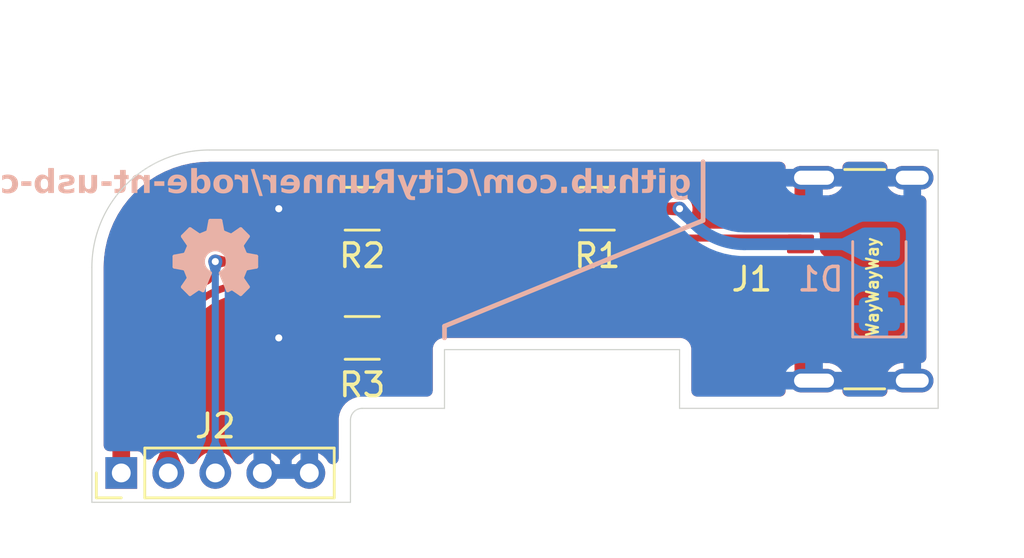
<source format=kicad_pcb>
(kicad_pcb (version 20241229) (generator "pcbnew") (generator_version "9.0")
  (layers (0 "F.Cu" signal) (2 "B.Cu" signal) (13 "F.Paste" user) (15 "B.Paste" user) (5 "F.SilkS" user "F.Silkscreen") (7 "B.SilkS" user "B.Silkscreen") (1 "F.Mask" user) (3 "B.Mask" user) (25 "Edge.Cuts" user))
  (net 0 "")
  (net 1 "+5V")
  (net 2 "D-")
  (net 3 "D+")
  (net 4 "GND")
  (net 5 "Net-(D1-A)")
  (net 6 "Net-(J1-CC1)")
  (net 7 "Net-(J1-CC2)")
  (footprint "Resistor_SMD:R_1206_3216Metric_Pad1.30x1.75mm_HandSolder" (layer "F.Cu") (at 87.5 56 180)
    (property "Reference" "R2" (at 0 -2 0) (layer "F.SilkS"))
    (property "Value" "5.11K")
    (fp_line (start -0.727064 0.91) (end 0.727064 0.91) (stroke (width 0.12)) (layer "F.SilkS"))
    (fp_line (start -0.727064 -0.91) (end 0.727064 -0.91) (stroke (width 0.12)) (layer "F.SilkS"))
    (pad "1" smd roundrect (at -1.55 0 180) (size 1.3 1.75) (layers "F.Cu" "F.Mask" "F.Paste") (roundrect_rratio 0.192308) (net 7 "Net-(J1-CC2)"))
    (pad "2" smd roundrect (at 1.55 0 180) (size 1.3 1.75) (layers "F.Cu" "F.Mask" "F.Paste") (roundrect_rratio 0.192308) (net 4 "GND"))
  )
  (footprint "Resistor_SMD:R_1206_3216Metric_Pad1.30x1.75mm_HandSolder" (layer "F.Cu") (at 87.5 61.5 180)
    (property "Reference" "R3" (at 0 -2 0) (layer "F.SilkS"))
    (property "Value" "5.11K" (hide yes))
    (fp_line (start -0.727064 0.91) (end 0.727064 0.91) (stroke (width 0.12)) (layer "F.SilkS"))
    (fp_line (start -0.727064 -0.91) (end 0.727064 -0.91) (stroke (width 0.12)) (layer "F.SilkS"))
    (pad "1" smd roundrect (at -1.55 0 180) (size 1.3 1.75) (layers "F.Cu" "F.Mask" "F.Paste") (roundrect_rratio 0.192308) (net 6 "Net-(J1-CC1)"))
    (pad "2" smd roundrect (at 1.55 0 180) (size 1.3 1.75) (layers "F.Cu" "F.Mask" "F.Paste") (roundrect_rratio 0.192308) (net 4 "GND"))
  )
  (footprint "Connector_USB:USB_C_Receptacle_GCT_USB4105-xx-A_16P_TopMnt_Horizontal" (layer "F.Cu") (at 109.825 59 90)
    (property "Reference" "J1" (at 0 -5.75 0) (layer "F.SilkS"))
    (property "Value" "USB_C_Receptacle_USB2.0_16P")
    (fp_line (start 4.67 -0.1) (end 4.67 -1.8) (stroke (width 0.12)) (layer "F.SilkS"))
    (fp_line (start -4.67 -0.1) (end -4.67 -1.8) (stroke (width 0.12)) (layer "F.SilkS"))
    (pad "A1" smd roundrect (at -3.2 -3.68 90) (size 0.6 1.15) (layers "F.Cu" "F.Mask" "F.Paste") (net 4 "GND"))
    (pad "A4" smd roundrect (at -2.4 -3.68 90) (size 0.6 1.15) (layers "F.Cu" "F.Mask" "F.Paste") (net 1 "+5V"))
    (pad "A5" smd roundrect (at -1.25 -3.68 90) (size 0.3 1.15) (layers "F.Cu" "F.Mask" "F.Paste") (net 6 "Net-(J1-CC1)"))
    (pad "A6" smd roundrect (at -0.25 -3.68 90) (size 0.3 1.15) (layers "F.Cu" "F.Mask" "F.Paste") (net 3 "D+"))
    (pad "A7" smd roundrect (at 0.25 -3.68 90) (size 0.3 1.15) (layers "F.Cu" "F.Mask" "F.Paste") (net 2 "D-"))
    (pad "A8" smd roundrect (at 1.25 -3.68 90) (size 0.3 1.15) (layers "F.Cu" "F.Mask" "F.Paste"))
    (pad "A9" smd roundrect (at 2.4 -3.68 90) (size 0.6 1.15) (layers "F.Cu" "F.Mask" "F.Paste") (net 1 "+5V"))
    (pad "A12" smd roundrect (at 3.2 -3.68 90) (size 0.6 1.15) (layers "F.Cu" "F.Mask" "F.Paste") (net 4 "GND"))
    (pad "B1" smd roundrect (at 3.2 -3.68 90) (size 0.6 1.15) (layers "F.Cu" "F.Mask" "F.Paste") (net 4 "GND"))
    (pad "B4" smd roundrect (at 2.4 -3.68 90) (size 0.6 1.15) (layers "F.Cu" "F.Mask" "F.Paste") (net 1 "+5V"))
    (pad "B5" smd roundrect (at 1.75 -3.68 90) (size 0.3 1.15) (layers "F.Cu" "F.Mask" "F.Paste") (net 7 "Net-(J1-CC2)"))
    (pad "B6" smd roundrect (at 0.75 -3.68 90) (size 0.3 1.15) (layers "F.Cu" "F.Mask" "F.Paste") (net 3 "D+"))
    (pad "B7" smd roundrect (at -0.75 -3.68 90) (size 0.3 1.15) (layers "F.Cu" "F.Mask" "F.Paste") (net 2 "D-"))
    (pad "B8" smd roundrect (at -1.75 -3.68 90) (size 0.3 1.15) (layers "F.Cu" "F.Mask" "F.Paste"))
    (pad "B9" smd roundrect (at -2.4 -3.68 90) (size 0.6 1.15) (layers "F.Cu" "F.Mask" "F.Paste") (net 1 "+5V"))
    (pad "B12" smd roundrect (at -3.2 -3.68 90) (size 0.6 1.15) (layers "F.Cu" "F.Mask" "F.Paste") (net 4 "GND"))
    (pad "S1" thru_hole oval (at -4.32 -3.105 90) (size 1 2.1) (drill oval 0.6 1.7) (property pad_prop_heatsink) (layers "*.Cu" "*.Mask" "F.Paste") (net 4 "GND"))
    (pad "S1" thru_hole oval (at -4.32 1.075 90) (size 1 1.8) (drill oval 0.6 1.4) (property pad_prop_heatsink) (layers "*.Cu" "*.Mask" "F.Paste") (net 4 "GND"))
    (pad "S1" thru_hole oval (at 4.32 -3.105 90) (size 1 2.1) (drill oval 0.6 1.7) (property pad_prop_heatsink) (layers "*.Cu" "*.Mask" "F.Paste") (net 4 "GND"))
    (pad "S1" thru_hole oval (at 4.32 1.075 90) (size 1 1.8) (drill oval 0.6 1.4) (property pad_prop_heatsink) (layers "*.Cu" "*.Mask" "F.Paste") (net 4 "GND"))
  )
  (footprint "Connector_PinHeader_2.00mm:PinHeader_1x05_P2.00mm_Vertical" (layer "F.Cu") (at 77.25 67.25 90)
    (property "Reference" "J2" (at 2 4 0) (layer "F.SilkS"))
    (property "Value" "Conn_01x05_Pin")
    (fp_line (start -1.06 -1.06) (end 0 -1.06) (stroke (width 0.12)) (layer "F.SilkS"))
    (fp_line (start -1.06 0) (end -1.06 -1.06) (stroke (width 0.12)) (layer "F.SilkS"))
    (fp_line (start 1.06 1) (end 1.06 9.06) (stroke (width 0.12)) (layer "F.SilkS"))
    (fp_line (start -1.06 1) (end 1.06 1) (stroke (width 0.12)) (layer "F.SilkS"))
    (fp_line (start -1.06 1) (end -1.06 9.06) (stroke (width 0.12)) (layer "F.SilkS"))
    (fp_line (start -1.06 9.06) (end 1.06 9.06) (stroke (width 0.12)) (layer "F.SilkS"))
    (pad "1" thru_hole rect (at 0 0 90) (size 1.35 1.35) (drill 0.8) (layers "*.Cu" "*.Mask") (net 1 "+5V"))
    (pad "2" thru_hole oval (at 0 2 90) (size 1.35 1.35) (drill 0.8) (layers "*.Cu" "*.Mask") (net 2 "D-"))
    (pad "3" thru_hole oval (at 0 4 90) (size 1.35 1.35) (drill 0.8) (layers "*.Cu" "*.Mask") (net 3 "D+"))
    (pad "4" thru_hole oval (at 0 6 90) (size 1.35 1.35) (drill 0.8) (layers "*.Cu" "*.Mask") (net 4 "GND"))
    (pad "5" thru_hole oval (at 0 8 90) (size 1.35 1.35) (drill 0.8) (layers "*.Cu" "*.Mask") (net 4 "GND"))
  )
  (footprint "Resistor_SMD:R_1206_3216Metric_Pad1.30x1.75mm_HandSolder" (layer "F.Cu") (at 97.5 56 180)
    (property "Reference" "R1" (at 0 -2 0) (layer "F.SilkS"))
    (property "Value" "R")
    (fp_line (start -0.727064 0.91) (end 0.727064 0.91) (stroke (width 0.12)) (layer "F.SilkS"))
    (fp_line (start -0.727064 -0.91) (end 0.727064 -0.91) (stroke (width 0.12)) (layer "F.SilkS"))
    (pad "1" smd roundrect (at -1.55 0 180) (size 1.3 1.75) (layers "F.Cu" "F.Mask" "F.Paste") (roundrect_rratio 0.192308) (net 5 "Net-(D1-A)"))
    (pad "2" smd roundrect (at 1.55 0 180) (size 1.3 1.75) (layers "F.Cu" "F.Mask" "F.Paste") (roundrect_rratio 0.192308) (net 1 "+5V"))
  )
  (footprint "LED_SMD:LED_1206_3216Metric_Pad1.42x1.75mm_HandSolder" (layer "B.Cu") (at 109.5 59 90)
    (property "Reference" "D1" (at 0 -2.5 0) (layer "B.SilkS") (effects (justify mirror)))
    (property "Value" "LED")
    (fp_line (start -2.46 -1.135) (end 1.6 -1.135) (stroke (width 0.12)) (layer "B.SilkS"))
    (fp_line (start 1.6 1.135) (end -2.46 1.135) (stroke (width 0.12)) (layer "B.SilkS"))
    (fp_line (start -2.46 1.135) (end -2.46 -1.135) (stroke (width 0.12)) (layer "B.SilkS"))
    (pad "1" smd roundrect (at -1.4875 0 90) (size 1.425 1.75) (layers "B.Cu" "B.Mask" "B.Paste") (roundrect_rratio 0.175439) (net 4 "GND"))
    (pad "2" smd roundrect (at 1.4875 0 90) (size 1.425 1.75) (layers "B.Cu" "B.Mask" "B.Paste") (roundrect_rratio 0.175439) (net 5 "Net-(D1-A)"))
  )
  (gr_line (start 81.583741 56.949871) (end 81.5 56.5) (stroke (width 0.1)) (layer "B.SilkS"))
  (gr_line (start 80.188831 59.665396) (end 80.533795 59.42862) (stroke (width 0.1)) (layer "B.SilkS"))
  (gr_line (start 82.410907 57.590745) (end 82.413024 57.557116) (stroke (width 0.1)) (layer "B.SilkS"))
  (gr_line (start 81.495475 58.689903) (end 81.457402 58.713213) (stroke (width 0.1)) (layer "B.SilkS"))
  (gr_line (start 80.533795 59.42862) (end 80.566868 59.427482) (stroke (width 0.1)) (layer "B.SilkS"))
  (gr_curve (pts (xy 80.986338 58.671462) (xy 80.848992 58.583514) (xy 80.75787 58.429659) (xy 80.75787 58.254452)) (stroke (width 0.1)) (layer "B.SilkS"))
  (gr_line (start 80.744006 59.499502) (end 81.057696 58.74155) (stroke (width 0.1)) (layer "B.SilkS"))
  (gr_line (start 82.34709 59.662644) (end 82.663664 59.346123) (stroke (width 0.1)) (layer "B.SilkS"))
  (gr_line (start 81.476796 56.480712) (end 81.029121 56.480712) (stroke (width 0.1)) (layer "B.SilkS"))
  (gr_line (start 102 54) (end 102 56.5) (stroke (width 0.2)) (layer "B.SilkS"))
  (gr_line (start 82.580558 58.577905) (end 83.004818 58.498953) (stroke (width 0.1)) (layer "B.SilkS"))
  (gr_curve (pts (xy 82.666442 57.187758) (xy 82.672501 57.178868) (xy 82.671311 57.165348) (xy 82.663664 57.157701)) (stroke (width 0.1)) (layer "B.SilkS"))
  (gr_line (start 81.048488 58.713213) (end 81.010415 58.689903) (stroke (width 0.1)) (layer "B.SilkS"))
  (gr_curve (pts (xy 81.457402 58.713213) (xy 81.448247 58.718849) (xy 81.444067 58.731575) (xy 81.448194 58.74155)) (stroke (width 0.1)) (layer "B.SilkS"))
  (gr_line (start 80.158801 56.84118) (end 79.842253 57.157701) (stroke (width 0.1)) (layer "B.SilkS"))
  (gr_line (start 80.598459 57.098752) (end 80.564672 57.096318) (stroke (width 0.1)) (layer "B.SilkS"))
  (gr_line (start 79.50102 58.498927) (end 79.925279 58.577879) (stroke (width 0.1)) (layer "B.SilkS"))
  (gr_line (start 79.950468 58.600183) (end 80.082918 58.931045) (stroke (width 0.1)) (layer "B.SilkS"))
  (gr_line (start 81.938996 59.427509) (end 81.972069 59.428646) (stroke (width 0.1)) (layer "B.SilkS"))
  (gr_line (start 82.317113 56.838402) (end 81.941272 57.096318) (stroke (width 0.1)) (layer "B.SilkS"))
  (gr_curve (pts (xy 80.75787 58.254452) (xy 80.75787 57.981032) (xy 80.979538 57.75939) (xy 81.252932 57.75939)) (stroke (width 0.1)) (layer "B.SilkS"))
  (gr_line (start 82.663664 57.157701) (end 82.347143 56.84118) (stroke (width 0.1)) (layer "B.SilkS"))
  (gr_curve (pts (xy 81.5 56.5) (xy 81.498042 56.48939) (xy 81.487591 56.480712) (xy 81.476796 56.480712)) (stroke (width 0.1)) (layer "B.SilkS"))
  (gr_line (start 82.555396 58.600209) (end 82.580558 58.577905) (stroke (width 0.1)) (layer "B.SilkS"))
  (gr_line (start 80.092919 57.557116) (end 80.09501 57.590745) (stroke (width 0.1)) (layer "B.SilkS"))
  (gr_curve (pts (xy 79.839422 59.316013) (xy 79.833337 59.324903) (xy 79.83458 59.33845) (xy 79.8422 59.346096)) (stroke (width 0.1)) (layer "B.SilkS"))
  (gr_line (start 80.900005 56.975324) (end 80.598459 57.098752) (stroke (width 0.1)) (layer "B.SilkS"))
  (gr_poly (pts (xy 81.477807 56.480737) (xy 81.478814 56.480812) (xy 81.479816 56.480935) (xy 81.480812 56.481106) (xy 81.4818 56.481322) (xy 81.482778 56.481583) (xy 81.483746 56.481887) (xy 81.4847 56.482234) (xy 81.485641 56.482621) (xy 81.486567 56.483049) (xy 81.487475 56.483514) (xy 81.488366 56.484017) (xy 81.489236 56.484556) (xy 81.490085 56.48513) (xy 81.49091 56.485738) (xy 81.491712 56.486377) (xy 81.492488 56.487048) (xy 81.493236 56.487749) (xy 81.493955 56.488478) (xy 81.494644 56.489235) (xy 81.495301 56.490018) (xy 81.495925 56.490825) (xy 81.496514 56.491657) (xy 81.497066 56.49251) (xy 81.497581 56.493385) (xy 81.498057 56.49428) (xy 81.498491 56.495194) (xy 81.498884 56.496125) (xy 81.499232 56.497073) (xy 81.499535 56.498035) (xy 81.499792 56.499011) (xy 81.5 56.5) (xy 81.583741 56.949871) (xy 81.583952 56.950868) (xy 81.584209 56.951868) (xy 81.584853 56.953872) (xy 81.585661 56.95587) (xy 81.586622 56.957848) (xy 81.587724 56.959794) (xy 81.588957 56.961694) (xy 81.590308 56.963536) (xy 81.591768 56.965306) (xy 81.593323 56.966992) (xy 81.594964 56.96858) (xy 81.596679 56.970057) (xy 81.598456 56.97141) (xy 81.600285 56.972627) (xy 81.602154 56.973693) (xy 81.603099 56.974166) (xy 81.604051 56.974597) (xy 81.605007 56.974983) (xy 81.605966 56.975324) (xy 81.907485 57.098752) (xy 81.909358 57.099577) (xy 81.911345 57.100266) (xy 81.913427 57.10082) (xy 81.915588 57.10124) (xy 81.91781 57.101529) (xy 81.920075 57.101686) (xy 81.922366 57.101714) (xy 81.924666 57.101613) (xy 81.926957 57.101385) (xy 81.929221 57.10103) (xy 81.931441 57.10055) (xy 81.9336 57.099947) (xy 81.93568 57.09922) (xy 81.937664 57.098373) (xy 81.939534 57.097405) (xy 81.941272 57.096318) (xy 82.317113 56.838402) (xy 82.317959 56.837851) (xy 82.318831 56.837342) (xy 82.319726 56.836876) (xy 82.320642 56.836453) (xy 82.321577 56.836072) (xy 82.32253 56.835734) (xy 82.323498 56.835437) (xy 82.32448 56.835183) (xy 82.325474 56.83497) (xy 82.326477 56.834798) (xy 82.328505 56.834579) (xy 82.330549 56.834524) (xy 82.332594 56.834632) (xy 82.334625 56.834901) (xy 82.336625 56.835329) (xy 82.33858 56.835917) (xy 82.339536 56.836269) (xy 82.340475 56.836661) (xy 82.341395 56.837091) (xy 82.342294 56.837561) (xy 82.34317 56.838069) (xy 82.344022 56.838615) (xy 82.344847 56.839199) (xy 82.345643 56.839822) (xy 82.346409 56.840482) (xy 82.347143 56.84118) (xy 82.663664 57.157701) (xy 82.664362 57.158435) (xy 82.665022 57.159201) (xy 82.665644 57.159998) (xy 82.666227 57.160824) (xy 82.666773 57.161676) (xy 82.667279 57.162553) (xy 82.668176 57.164373) (xy 82.668917 57.16627) (xy 82.669501 57.168228) (xy 82.669927 57.170231) (xy 82.670193 57.172263) (xy 82.670298 57.174311) (xy 82.670242 57.176357) (xy 82.670023 57.178388) (xy 82.669639 57.180386) (xy 82.669091 57.182338) (xy 82.668754 57.183292) (xy 82.668376 57.184228) (xy 82.667956 57.185144) (xy 82.667493 57.186039) (xy 82.666989 57.186911) (xy 82.666442 57.187758) (xy 82.413024 57.557116) (xy 82.411934 57.558862) (xy 82.410967 57.560735) (xy 82.410123 57.562718) (xy 82.409404 57.564793) (xy 82.408811 57.566944) (xy 82.408345 57.569154) (xy 82.408007 57.571406) (xy 82.407798 57.573683) (xy 82.40772 57.575967) (xy 82.407773 57.578242) (xy 82.407958 57.580491) (xy 82.408276 57.582696) (xy 82.408729 57.584841) (xy 82.409318 57.586909) (xy 82.410044 57.588883) (xy 82.410907 57.590745) (xy 82.544231 57.901789) (xy 82.544992 57.903699) (xy 82.545929 57.905591) (xy 82.547026 57.907455) (xy 82.548272 57.909279) (xy 82.549653 57.911051) (xy 82.551156 57.912761) (xy 82.552767 57.914397) (xy 82.554474 57.915948) (xy 82.556263 57.917402) (xy 82.558121 57.918748) (xy 82.560034 57.919976) (xy 82.56199 57.921073) (xy 82.563976 57.922029) (xy 82.565977 57.922832) (xy 82.567981 57.923471) (xy 82.569975 57.923935) (xy 83.004923 58.004818) (xy 83.00591 58.005031) (xy 83.006884 58.005291) (xy 83.007844 58.005599) (xy 83.00879 58.005951) (xy 83.009719 58.006346) (xy 83.010631 58.006783) (xy 83.011524 58.007261) (xy 83.012397 58.007778) (xy 83.01408 58.008923) (xy 83.015667 58.010207) (xy 83.017151 58.011617) (xy 83.01852 58.013142) (xy 83.019764 58.014771) (xy 83.020875 58.016491) (xy 83.021841 58.01829) (xy 83.022267 58.019216) (xy 83.022653 58.020158) (xy 83.022998 58.021114) (xy 83.0233 58.022082) (xy 83.023559 58.023062) (xy 83.023774 58.024051) (xy 83.023942 58.025048) (xy 83.024063 58.026052) (xy 83.024136 58.027061) (xy 83.024159 58.028074) (xy 83.024106 58.475723) (xy 83.02408 58.476734) (xy 83.024005 58.477742) (xy 83.023882 58.478745) (xy 83.023711 58.479741) (xy 83.023494 58.48073) (xy 83.023233 58.48171) (xy 83.022928 58.482679) (xy 83.02258 58.483635) (xy 83.022192 58.484578) (xy 83.021764 58.485505) (xy 83.021297 58.486416) (xy 83.020793 58.487308) (xy 83.020254 58.48818) (xy 83.019679 58.489031) (xy 83.019071 58.489859) (xy 83.01843 58.490662) (xy 83.017759 58.491439) (xy 83.017058 58.492189) (xy 83.016328 58.49291) (xy 83.015571 58.493601) (xy 83.014789 58.494259) (xy 83.013981 58.494884) (xy 83.01315 58.495474) (xy 83.012296 58.496027) (xy 83.011422 58.496542) (xy 83.010528 58.497017) (xy 83.009615 58.497452) (xy 83.008685 58.497843) (xy 83.007739 58.498191) (xy 83.006778 58.498493) (xy 83.005804 58.498747) (xy 83.004818 58.498953) (xy 82.580558 58.577905) (xy 82.579559 58.57811) (xy 82.578559 58.578361) (xy 82.577557 58.578657) (xy 82.576557 58.578996) (xy 82.574565 58.579799) (xy 82.572597 58.580758) (xy 82.570665 58.581861) (xy 82.568781 58.583097) (xy 82.566958 58.584455) (xy 82.565209 58.585922) (xy 82.563546 58.587487) (xy 82.561983 58.589139) (xy 82.560532 58.590865) (xy 82.559205 58.592654) (xy 82.558015 58.594495) (xy 82.556975 58.596375) (xy 82.556098 58.598284) (xy 82.555724 58.599245) (xy 82.555396 58.600209) (xy 82.422946 58.931071) (xy 82.422127 58.932953) (xy 82.421443 58.934946) (xy 82.420895 58.937033) (xy 82.420481 58.939196) (xy 82.420198 58.941419) (xy 82.420047 58.943684) (xy 82.420025 58.945974) (xy 82.420131 58.948272) (xy 82.420364 58.95056) (xy 82.420723 58.952821) (xy 82.421206 58.955038) (xy 82.421811 58.957194) (xy 82.422538 58.959271) (xy 82.423385 58.961252) (xy 82.42435 58.96312) (xy 82.425433 58.964858) (xy 82.666442 59.31604) (xy 82.666993 59.316886) (xy 82.667502 59.317759) (xy 82.667967 59.318654) (xy 82.668391 59.319571) (xy 82.668771 59.320508) (xy 82.66911 59.321462) (xy 82.669407 59.322432) (xy 82.669661 59.323415) (xy 82.669874 59.324411) (xy 82.670046 59.325416) (xy 82.670265 59.327449) (xy 82.67032 59.329498) (xy 82.670212 59.331548) (xy 82.669943 59.333583) (xy 82.669514 59.335588) (xy 82.668927 59.337548) (xy 82.668575 59.338506) (xy 82.668183 59.339447) (xy 82.667752 59.340368) (xy 82.667283 59.341269) (xy 82.666775 59.342147) (xy 82.666229 59.342999) (xy 82.665645 59.343825) (xy 82.665022 59.344623) (xy 82.664362 59.345389) (xy 82.663664 59.346123) (xy 82.34709 59.662644) (xy 82.346361 59.663337) (xy 82.345599 59.663993) (xy 82.344806 59.664611) (xy 82.343984 59.665192) (xy 82.343135 59.665735) (xy 82.34226 59.666239) (xy 82.340444 59.667133) (xy 82.33855 59.667873) (xy 82.336595 59.668457) (xy 82.334593 59.668884) (xy 82.332561 59.669153) (xy 82.330513 59.669261) (xy 82.328466 59.669208) (xy 82.326434 59.668992) (xy 82.324434 59.668612) (xy 82.322481 59.668066) (xy 82.321527 59.667731) (xy 82.320591 59.667354) (xy 82.319674 59.666934) (xy 82.318778 59.666473) (xy 82.317906 59.665969) (xy 82.31706 59.665422) (xy 81.972069 59.428646) (xy 81.970335 59.427567) (xy 81.968478 59.42662) (xy 81.966514 59.425807) (xy 81.964461 59.425127) (xy 81.962335 59.424582) (xy 81.960154 59.42417) (xy 81.957934 59.423894) (xy 81.955692 59.423752) (xy 81.953445 59.423745) (xy 81.95121 59.423874) (xy 81.949003 59.424138) (xy 81.946843 59.424539) (xy 81.944745 59.425076) (xy 81.942727 59.42575) (xy 81.940805 59.426561) (xy 81.938996 59.427509) (xy 81.786861 59.508736) (xy 81.785951 59.509168) (xy 81.785034 59.509549) (xy 81.784111 59.509877) (xy 81.783183 59.510155) (xy 81.782253 59.510381) (xy 81.781321 59.510558) (xy 81.78039 59.510686) (xy 81.77946 59.510765) (xy 81.778535 59.510795) (xy 81.777614 59.510778) (xy 81.7767 59.510714) (xy 81.775794 59.510604) (xy 81.774898 59.510447) (xy 81.774014 59.510245) (xy 81.773142 59.509999) (xy 81.772286 59.509708) (xy 81.771445 59.509374) (xy 81.770622 59.508997) (xy 81.769819 59.508577) (xy 81.769036 59.508116) (xy 81.768277 59.507613) (xy 81.767541 59.50707) (xy 81.766831 59.506486) (xy 81.766148 59.505863) (xy 81.765494 59.505202) (xy 81.76487 59.504502) (xy 81.764279 59.503764) (xy 81.763721 59.502989) (xy 81.763199 59.502177) (xy 81.762713 59.501329) (xy 81.762265 59.500446) (xy 81.761858 59.499528) (xy 81.448194 58.74155) (xy 81.447831 58.740607) (xy 81.447517 58.73965) (xy 81.44725 58.73868) (xy 81.447029 58.7377) (xy 81.446855 58.73671) (xy 81.446727 58.735714) (xy 81.446643 58.734712) (xy 81.446604 58.733707) (xy 81.446609 58.7327) (xy 81.446657 58.731693) (xy 81.446747 58.730688) (xy 81.44688 58.729687) (xy 81.447054 58.728691) (xy 81.447268 58.727702) (xy 81.447523 58.726723) (xy 81.447817 58.725754) (xy 81.44815 58.724799) (xy 81.448522 58.723857) (xy 81.448931 58.722932) (xy 81.449377 58.722026) (xy 81.44986 58.721139) (xy 81.450378 58.720273) (xy 81.450932 58.719432) (xy 81.45152 58.718616) (xy 81.452143 58.717826) (xy 81.452799 58.717066) (xy 81.453487 58.716337) (xy 81.454208 58.71564) (xy 81.454961 58.714977) (xy 81.455744 58.71435) (xy 81.456558 58.713762) (xy 81.457402 58.713213) (xy 81.495475 58.689903) (xy 81.498216 58.688158) (xy 81.501141 58.686166) (xy 81.504197 58.683971) (xy 81.507329 58.681615) (xy 81.510479 58.679143) (xy 81.513595 58.676598) (xy 81.51662 58.674023) (xy 81.519499 58.671462) (xy 81.544703 58.65421) (xy 81.568757 58.635479) (xy 81.591595 58.615334) (xy 81.613151 58.59384) (xy 81.63336 58.571062) (xy 81.652156 58.547066) (xy 81.669474 58.521916) (xy 81.685248 58.495679) (xy 81.699411 58.46842) (xy 81.7119 58.440203) (xy 81.722647 58.411094) (xy 81.731587 58.381158) (xy 81.738655 58.350461) (xy 81.743785 58.319067) (xy 81.746911 58.287042) (xy 81.747967 58.254452) (xy 81.747323 58.228976) (xy 81.745411 58.203834) (xy 81.742263 58.179058) (xy 81.73791 58.154678) (xy 81.732382 58.130727) (xy 81.725711 58.107234) (xy 81.717928 58.084231) (xy 81.709064 58.06175) (xy 81.69915 58.03982) (xy 81.688218 58.018474) (xy 81.676298 57.997742) (xy 81.663421 57.977656) (xy 81.649619 57.958247) (xy 81.634923 57.939545) (xy 81.619364 57.921582) (xy 81.602972 57.904389) (xy 81.58578 57.887997) (xy 81.567818 57.872437) (xy 81.549117 57.85774) (xy 81.529708 57.843938) (xy 81.509623 57.831061) (xy 81.488892 57.819141) (xy 81.467547 57.808208) (xy 81.445619 57.798294) (xy 81.423139 57.78943) (xy 81.400138 57.781647) (xy 81.376647 57.774976) (xy 81.352697 57.769448) (xy 81.328319 57.765094) (xy 81.303545 57.761946) (xy 81.278406 57.760034) (xy 81.252932 57.75939) (xy 81.227458 57.760034) (xy 81.202318 57.761946) (xy 81.177544 57.765094) (xy 81.153166 57.769448) (xy 81.129215 57.774976) (xy 81.105723 57.781647) (xy 81.082721 57.78943) (xy 81.06024 57.798294) (xy 81.038311 57.808208) (xy 81.016965 57.819141) (xy 80.996234 57.831061) (xy 80.976147 57.843938) (xy 80.956737 57.85774) (xy 80.938035 57.872437) (xy 80.920072 57.887997) (xy 80.902878 57.904389) (xy 80.886485 57.921582) (xy 80.870925 57.939545) (xy 80.856227 57.958247) (xy 80.842424 57.977656) (xy 80.829547 57.997742) (xy 80.817626 58.018474) (xy 80.806692 58.03982) (xy 80.796777 58.06175) (xy 80.787913 58.084231) (xy 80.780129 58.107234) (xy 80.773457 58.130727) (xy 80.767929 58.154678) (xy 80.763575 58.179058) (xy 80.760426 58.203834) (xy 80.758514 58.228976) (xy 80.75787 58.254452) (xy 80.758136 58.270814) (xy 80.758927 58.287042) (xy 80.760236 58.30313) (xy 80.762054 58.319067) (xy 80.764373 58.334847) (xy 80.767185 58.350461) (xy 80.770481 58.3659) (xy 80.774254 58.381158) (xy 80.778495 58.396225) (xy 80.783196 58.411094) (xy 80.788348 58.425756) (xy 80.793944 58.440203) (xy 80.799976 58.454427) (xy 80.806434 58.46842) (xy 80.820599 58.495679) (xy 80.836374 58.521917) (xy 80.853692 58.547066) (xy 80.872489 58.571062) (xy 80.892697 58.59384) (xy 80.914252 58.615334) (xy 80.937088 58.635479) (xy 80.961138 58.65421) (xy 80.986338 58.671462) (xy 80.989233 58.674023) (xy 80.992269 58.676598) (xy 80.995391 58.679143) (xy 80.998545 58.681615) (xy 81.001678 58.683971) (xy 81.004737 58.686166) (xy 81.007667 58.688158) (xy 81.010415 58.689903) (xy 81.048488 58.713213) (xy 81.049337 58.713762) (xy 81.050155 58.71435) (xy 81.050942 58.714977) (xy 81.051698 58.71564) (xy 81.052422 58.716337) (xy 81.053113 58.717066) (xy 81.054396 58.718616) (xy 81.055541 58.720273) (xy 81.056543 58.722026) (xy 81.057399 58.723857) (xy 81.058103 58.725754) (xy 81.05865 58.727702) (xy 81.059036 58.729687) (xy 81.059256 58.731693) (xy 81.059305 58.733707) (xy 81.059178 58.735714) (xy 81.059047 58.73671) (xy 81.058871 58.7377) (xy 81.058648 58.73868) (xy 81.058378 58.73965) (xy 81.058061 58.740607) (xy 81.057696 58.74155) (xy 80.744006 59.499502) (xy 80.743599 59.50042) (xy 80.743151 59.501303) (xy 80.742665 59.502151) (xy 80.742142 59.502963) (xy 80.741583 59.503739) (xy 80.740991 59.504478) (xy 80.740367 59.505178) (xy 80.739712 59.505841) (xy 80.739029 59.506465) (xy 80.738318 59.507049) (xy 80.737581 59.507593) (xy 80.736821 59.508096) (xy 80.736037 59.508559) (xy 80.735233 59.508979) (xy 80.73441 59.509357) (xy 80.733568 59.509692) (xy 80.732711 59.509983) (xy 80.731839 59.51023) (xy 80.730954 59.510432) (xy 80.730058 59.510589) (xy 80.729152 59.5107) (xy 80.728238 59.510764) (xy 80.727318 59.510781) (xy 80.726392 59.51075) (xy 80.725463 59.51067) (xy 80.724533 59.510542) (xy 80.723602 59.510364) (xy 80.722673 59.510136) (xy 80.721747 59.509857) (xy 80.720826 59.509527) (xy 80.71991 59.509144) (xy 80.719003 59.50871) (xy 80.566868 59.427482) (xy 80.565063 59.426535) (xy 80.563145 59.425725) (xy 80.561129 59.425052) (xy 80.559032 59.424516) (xy 80.556872 59.424117) (xy 80.554666 59.423854) (xy 80.55243 59.423727) (xy 80.550182 59.423735) (xy 80.547939 59.423878) (xy 80.545717 59.424156) (xy 80.543534 59.424567) (xy 80.541407 59.425112) (xy 80.539352 59.425791) (xy 80.537387 59.426602) (xy 80.535529 59.427545) (xy 80.533795 59.42862) (xy 80.188831 59.665396) (xy 80.187982 59.665942) (xy 80.187108 59.666446) (xy 80.18621 59.666908) (xy 80.185292 59.667327) (xy 80.184354 59.667705) (xy 80.183399 59.66804) (xy 80.182429 59.668334) (xy 80.181444 59.668586) (xy 80.180449 59.668796) (xy 80.179444 59.668966) (xy 80.177412 59.669181) (xy 80.175364 59.669235) (xy 80.173316 59.669126) (xy 80.171284 59.668858) (xy 80.169282 59.668431) (xy 80.167326 59.667847) (xy 80.16637 59.667497) (xy 80.165431 59.667107) (xy 80.164512 59.666679) (xy 80.163614 59.666213) (xy 80.162738 59.665708) (xy 80.161888 59.665166) (xy 80.161064 59.664585) (xy 80.16027 59.663967) (xy 80.159506 59.663311) (xy 80.158774 59.662618) (xy 79.8422 59.346096) (xy 79.841505 59.345363) (xy 79.840846 59.344596) (xy 79.840226 59.343799) (xy 79.839644 59.342973) (xy 79.839099 59.34212) (xy 79.838593 59.341243) (xy 79.837696 59.33942) (xy 79.836954 59.337522) (xy 79.836368 59.335562) (xy 79.83594 59.333557) (xy 79.835672 59.331521) (xy 79.835564 59.329471) (xy 79.835618 59.327422) (xy 79.835835 59.32539) (xy 79.836217 59.323389) (xy 79.836766 59.321436) (xy 79.837103 59.320481) (xy 79.837482 59.319545) (xy 79.837903 59.318628) (xy 79.838367 59.317732) (xy 79.838873 59.31686) (xy 79.839422 59.316013) (xy 80.080405 58.964832) (xy 80.081496 58.963094) (xy 80.082469 58.961226) (xy 80.083322 58.959245) (xy 80.084053 58.957168) (xy 80.084662 58.955012) (xy 80.085146 58.952795) (xy 80.085506 58.950534) (xy 80.085739 58.948246) (xy 80.085845 58.945948) (xy 80.085823 58.943658) (xy 80.08567 58.941393) (xy 80.085387 58.93917) (xy 80.084971 58.937007) (xy 80.084422 58.93492) (xy 80.083738 58.932927) (xy 80.082918 58.931045) (xy 79.950468 58.600183) (xy 79.950142 58.599219) (xy 79.949769 58.598258) (xy 79.948894 58.596349) (xy 79.947854 58.594468) (xy 79.946662 58.592628) (xy 79.945332 58.590838) (xy 79.943877 58.589112) (xy 79.942309 58.587461) (xy 79.940642 58.585896) (xy 79.938888 58.584429) (xy 79.937061 58.583071) (xy 79.935173 58.581835) (xy 79.933237 58.580731) (xy 79.931267 58.579772) (xy 79.929275 58.57897) (xy 79.927275 58.578335) (xy 79.926276 58.578084) (xy 79.925279 58.577879) (xy 79.50102 58.498927) (xy 79.500031 58.498721) (xy 79.499055 58.498467) (xy 79.498093 58.498165) (xy 79.497145 58.497817) (xy 79.496214 58.497425) (xy 79.4953 58.496991) (xy 79.494405 58.496516) (xy 79.49353 58.496001) (xy 79.492676 58.495447) (xy 79.491845 58.494858) (xy 79.490255 58.493574) (xy 79.488769 58.492163) (xy 79.487397 58.490636) (xy 79.48615 58.489004) (xy 79.485037 58.487282) (xy 79.484069 58.485479) (xy 79.483254 58.483609) (xy 79.482907 58.482652) (xy 79.482603 58.481684) (xy 79.482342 58.480704) (xy 79.482126 58.479715) (xy 79.481955 58.478718) (xy 79.481832 58.477715) (xy 79.481757 58.476708) (xy 79.481732 58.475697) (xy 79.481705 58.028048) (xy 79.481731 58.027037) (xy 79.481805 58.02603) (xy 79.481928 58.025028) (xy 79.482098 58.024033) (xy 79.482314 58.023046) (xy 79.482574 58.022068) (xy 79.482878 58.021101) (xy 79.483224 58.020147) (xy 79.48361 58.019207) (xy 79.484037 58.018282) (xy 79.484502 58.017374) (xy 79.485004 58.016484) (xy 79.485542 58.015614) (xy 79.486115 58.014766) (xy 79.486722 58.01394) (xy 79.487361 58.013139) (xy 79.488031 58.012363) (xy 79.488731 58.011615) (xy 79.48946 58.010895) (xy 79.490217 58.010205) (xy 79.490999 58.009547) (xy 79.491807 58.008922) (xy 79.492639 58.008332) (xy 79.493493 58.007778) (xy 79.494368 58.007261) (xy 79.495264 58.006783) (xy 79.496179 58.006346) (xy 79.497111 58.00595) (xy 79.49806 58.005599) (xy 79.499024 58.005291) (xy 79.500002 58.005031) (xy 79.500994 58.004818) (xy 79.935916 57.923935) (xy 79.936915 57.923725) (xy 79.937919 57.923471) (xy 79.93993 57.922832) (xy 79.941937 57.922029) (xy 79.943927 57.921073) (xy 79.945886 57.919976) (xy 79.947801 57.918748) (xy 79.949659 57.917402) (xy 79.951447 57.915948) (xy 79.953152 57.914397) (xy 79.954761 57.912761) (xy 79.95626 57.911051) (xy 79.957637 57.909279) (xy 79.958879 57.907455) (xy 79.959972 57.905591) (xy 79.960903 57.903699) (xy 79.961304 57.902745) (xy 79.96166 57.901789) (xy 80.09501 57.590745) (xy 80.095868 57.588883) (xy 80.09659 57.586909) (xy 80.097176 57.584841) (xy 80.097626 57.582696) (xy 80.097943 57.580491) (xy 80.098127 57.578242) (xy 80.09818 57.575967) (xy 80.098102 57.573683) (xy 80.097895 57.571406) (xy 80.09756 57.569154) (xy 80.097097 57.566944) (xy 80.096509 57.564793) (xy 80.095796 57.562718) (xy 80.094959 57.560735) (xy 80.094 57.558862) (xy 80.092919 57.557116) (xy 79.839475 57.187758) (xy 79.838924 57.186911) (xy 79.838415 57.186039) (xy 79.83795 57.185144) (xy 79.837527 57.184228) (xy 79.837147 57.183292) (xy 79.836809 57.182338) (xy 79.836513 57.181369) (xy 79.836259 57.180386) (xy 79.836047 57.179392) (xy 79.835876 57.178388) (xy 79.835659 57.176357) (xy 79.835606 57.174311) (xy 79.835715 57.172263) (xy 79.835985 57.170231) (xy 79.836414 57.168228) (xy 79.837001 57.16627) (xy 79.837354 57.165313) (xy 79.837745 57.164373) (xy 79.838175 57.163453) (xy 79.838643 57.162553) (xy 79.83915 57.161676) (xy 79.839695 57.160824) (xy 79.840278 57.159998) (xy 79.840899 57.159201) (xy 79.841557 57.158435) (xy 79.842253 57.157701) (xy 80.158801 56.84118) (xy 80.159532 56.840482) (xy 80.160296 56.839822) (xy 80.161091 56.839199) (xy 80.161914 56.838615) (xy 80.162765 56.838069) (xy 80.16364 56.837561) (xy 80.165458 56.836661) (xy 80.167353 56.835917) (xy 80.169309 56.83533) (xy 80.171311 56.834901) (xy 80.173343 56.834632) (xy 80.175391 56.834524) (xy 80.177438 56.834579) (xy 80.17947 56.834798) (xy 80.181471 56.835183) (xy 80.183426 56.835734) (xy 80.184381 56.836072) (xy 80.185319 56.836453) (xy 80.186237 56.836876) (xy 80.187134 56.837342) (xy 80.188009 56.837851) (xy 80.188858 56.838402) (xy 80.564672 57.096318) (xy 80.566405 57.097405) (xy 80.568271 57.098373) (xy 80.570251 57.09922) (xy 80.572328 57.099947) (xy 80.574485 57.10055) (xy 80.576704 57.10103) (xy 80.578967 57.101385) (xy 80.581258 57.101613) (xy 80.583558 57.101714) (xy 80.58585 57.101686) (xy 80.588117 57.101529) (xy 80.590341 57.101241) (xy 80.592504 57.10082) (xy 80.59459 57.100266) (xy 80.596581 57.099577) (xy 80.598459 57.098752) (xy 80.900005 56.975324) (xy 80.901924 56.974597) (xy 80.903824 56.973693) (xy 80.905695 56.972627) (xy 80.907525 56.97141) (xy 80.909303 56.970057) (xy 80.911018 56.96858) (xy 80.912658 56.966992) (xy 80.914213 56.965306) (xy 80.91567 56.963536) (xy 80.91702 56.961694) (xy 80.918251 56.959794) (xy 80.919352 56.957848) (xy 80.920311 56.95587) (xy 80.921118 56.953872) (xy 80.921761 56.951868) (xy 80.922229 56.949871) (xy 81.005944 56.5) (xy 81.006152 56.499011) (xy 81.006408 56.498035) (xy 81.006712 56.497073) (xy 81.00706 56.496125) (xy 81.007452 56.495194) (xy 81.007887 56.49428) (xy 81.008362 56.493385) (xy 81.008877 56.49251) (xy 81.009429 56.491657) (xy 81.010018 56.490825) (xy 81.011298 56.489235) (xy 81.012706 56.487749) (xy 81.014228 56.486377) (xy 81.015854 56.48513) (xy 81.017572 56.484017) (xy 81.019368 56.483049) (xy 81.020292 56.482621) (xy 81.021232 56.482234) (xy 81.022185 56.481887) (xy 81.023151 56.481583) (xy 81.024128 56.481322) (xy 81.025114 56.481106) (xy 81.026108 56.480935) (xy 81.027108 56.480812) (xy 81.028113 56.480737) (xy 81.029121 56.480712) (xy 81.476796 56.480712)) (stroke (width -0.000001)) (fill yes) (layer "B.SilkS"))
  (gr_curve (pts (xy 80.158774 59.662618) (xy 80.166394 59.670211) (xy 80.179914 59.671454) (xy 80.188831 59.665396)) (stroke (width 0.1)) (layer "B.SilkS"))
  (gr_line (start 91 61) (end 91 61.5) (stroke (width 0.2)) (layer "B.SilkS"))
  (gr_line (start 79.839475 57.187758) (end 80.092919 57.557116) (stroke (width 0.1)) (layer "B.SilkS"))
  (gr_curve (pts (xy 80.188858 56.838402) (xy 80.179941 56.83229) (xy 80.166421 56.833534) (xy 80.158801 56.84118)) (stroke (width 0.1)) (layer "B.SilkS"))
  (gr_line (start 82.422946 58.931071) (end 82.555396 58.600209) (stroke (width 0.1)) (layer "B.SilkS"))
  (gr_curve (pts (xy 83.024159 58.028074) (xy 83.024185 58.017253) (xy 83.015507 58.006829) (xy 83.004923 58.004818)) (stroke (width 0.1)) (layer "B.SilkS"))
  (gr_curve (pts (xy 79.500994 58.004818) (xy 79.490357 58.006829) (xy 79.481705 58.017253) (xy 79.481705 58.028048)) (stroke (width 0.1)) (layer "B.SilkS"))
  (gr_curve (pts (xy 79.481732 58.475697) (xy 79.481732 58.486492) (xy 79.49041 58.496996) (xy 79.50102 58.498927)) (stroke (width 0.1)) (layer "B.SilkS"))
  (gr_line (start 83.024106 58.475723) (end 83.024159 58.028074) (stroke (width 0.1)) (layer "B.SilkS"))
  (gr_line (start 80.566868 59.427482) (end 80.719003 59.50871) (stroke (width 0.1)) (layer "B.SilkS"))
  (gr_curve (pts (xy 81.761858 59.499528) (xy 81.765985 59.509503) (xy 81.777204 59.513631) (xy 81.786861 59.508736)) (stroke (width 0.1)) (layer "B.SilkS"))
  (gr_curve (pts (xy 81.747967 58.254452) (xy 81.747967 58.429659) (xy 81.656871 58.583514) (xy 81.519499 58.671462)) (stroke (width 0.1)) (layer "B.SilkS"))
  (gr_line (start 81.448194 58.74155) (end 81.761858 59.499528) (stroke (width 0.1)) (layer "B.SilkS"))
  (gr_line (start 81.005944 56.5) (end 80.922229 56.949871) (stroke (width 0.1)) (layer "B.SilkS"))
  (gr_line (start 80.080405 58.964832) (end 79.839422 59.316013) (stroke (width 0.1)) (layer "B.SilkS"))
  (gr_line (start 81.972069 59.428646) (end 82.31706 59.665422) (stroke (width 0.1)) (layer "B.SilkS"))
  (gr_line (start 82.425433 58.964858) (end 82.422946 58.931071) (stroke (width 0.1)) (layer "B.SilkS"))
  (gr_line (start 79.935916 57.923935) (end 79.500994 58.004818) (stroke (width 0.1)) (layer "B.SilkS"))
  (gr_curve (pts (xy 81.029121 56.480712) (xy 81.018353 56.480712) (xy 81.007901 56.48939) (xy 81.005944 56.5)) (stroke (width 0.1)) (layer "B.SilkS"))
  (gr_line (start 82.544231 57.901789) (end 82.410907 57.590745) (stroke (width 0.1)) (layer "B.SilkS"))
  (gr_line (start 79.481705 58.028048) (end 79.481732 58.475697) (stroke (width 0.1)) (layer "B.SilkS"))
  (gr_line (start 80.09501 57.590745) (end 79.96166 57.901789) (stroke (width 0.1)) (layer "B.SilkS"))
  (gr_line (start 81.941272 57.096318) (end 81.907485 57.098752) (stroke (width 0.1)) (layer "B.SilkS"))
  (gr_line (start 80.564672 57.096318) (end 80.188858 56.838402) (stroke (width 0.1)) (layer "B.SilkS"))
  (gr_curve (pts (xy 82.347143 56.84118) (xy 82.339496 56.833534) (xy 82.326003 56.83229) (xy 82.317113 56.838402)) (stroke (width 0.1)) (layer "B.SilkS"))
  (gr_line (start 79.925279 58.577879) (end 79.950468 58.600183) (stroke (width 0.1)) (layer "B.SilkS"))
  (gr_line (start 79.96166 57.901789) (end 79.935916 57.923935) (stroke (width 0.1)) (layer "B.SilkS"))
  (gr_line (start 82.413024 57.557116) (end 82.666442 57.187758) (stroke (width 0.1)) (layer "B.SilkS"))
  (gr_line (start 81.786861 59.508736) (end 81.938996 59.427509) (stroke (width 0.1)) (layer "B.SilkS"))
  (gr_line (start 102 56.5) (end 91 61) (stroke (width 0.2)) (layer "B.SilkS"))
  (gr_line (start 79.8422 59.346096) (end 80.158774 59.662618) (stroke (width 0.1)) (layer "B.SilkS"))
  (gr_curve (pts (xy 79.842253 57.157701) (xy 79.834633 57.165348) (xy 79.833363 57.178868) (xy 79.839475 57.187758)) (stroke (width 0.1)) (layer "B.SilkS"))
  (gr_line (start 82.569975 57.923935) (end 82.544231 57.901789) (stroke (width 0.1)) (layer "B.SilkS"))
  (gr_curve (pts (xy 81.252932 57.75939) (xy 81.526326 57.75939) (xy 81.747967 57.981032) (xy 81.747967 58.254452)) (stroke (width 0.1)) (layer "B.SilkS"))
  (gr_curve (pts (xy 82.663664 59.346123) (xy 82.67131 59.338476) (xy 82.672553 59.32493) (xy 82.666442 59.31604)) (stroke (width 0.1)) (layer "B.SilkS"))
  (gr_line (start 82.666442 59.31604) (end 82.425433 58.964858) (stroke (width 0.1)) (layer "B.SilkS"))
  (gr_line (start 81.010415 58.689903) (end 80.986338 58.671462) (stroke (width 0.1)) (layer "B.SilkS"))
  (gr_curve (pts (xy 82.31706 59.665422) (xy 82.325949 59.671481) (xy 82.339496 59.670237) (xy 82.34709 59.662644)) (stroke (width 0.1)) (layer "B.SilkS"))
  (gr_line (start 81.605966 56.975324) (end 81.583741 56.949871) (stroke (width 0.1)) (layer "B.SilkS"))
  (gr_curve (pts (xy 80.719003 59.50871) (xy 80.728634 59.513631) (xy 80.739879 59.509477) (xy 80.744006 59.499502)) (stroke (width 0.1)) (layer "B.SilkS"))
  (gr_curve (pts (xy 81.057696 58.74155) (xy 81.06185 58.731575) (xy 81.057696 58.718849) (xy 81.048488 58.713213)) (stroke (width 0.1)) (layer "B.SilkS"))
  (gr_line (start 83.004923 58.004818) (end 82.569975 57.923935) (stroke (width 0.1)) (layer "B.SilkS"))
  (gr_line (start 80.922229 56.949871) (end 80.900005 56.975324) (stroke (width 0.1)) (layer "B.SilkS"))
  (gr_line (start 81.519499 58.671462) (end 81.495475 58.689903) (stroke (width 0.1)) (layer "B.SilkS"))
  (gr_curve (pts (xy 83.004818 58.498953) (xy 83.015401 58.497022) (xy 83.024106 58.486518) (xy 83.024106 58.475723)) (stroke (width 0.1)) (layer "B.SilkS"))
  (gr_line (start 80.082918 58.931045) (end 80.080405 58.964832) (stroke (width 0.1)) (layer "B.SilkS"))
  (gr_line (start 81.907485 57.098752) (end 81.605966 56.975324) (stroke (width 0.1)) (layer "B.SilkS"))
  (gr_line (start 76 68.5) (end 76 58.5) (stroke (width 0.05)) (layer "Edge.Cuts"))
  (gr_line (start 87 68.5) (end 76 68.5) (stroke (width 0.05)) (layer "Edge.Cuts"))
  (gr_arc (start 76 58.5) (mid 77.464466 54.964466) (end 81 53.5) (stroke (width 0.05)) (layer "Edge.Cuts"))
  (gr_line (start 112 64.5) (end 101 64.5) (stroke (width 0.05)) (layer "Edge.Cuts"))
  (gr_line (start 112 53.5) (end 112 64.5) (stroke (width 0.05)) (layer "Edge.Cuts"))
  (gr_line (start 87 65) (end 87 68.5) (stroke (width 0.05)) (layer "Edge.Cuts"))
  (gr_arc (start 87 65) (mid 87.146447 64.646447) (end 87.5 64.5) (stroke (width 0.05)) (layer "Edge.Cuts"))
  (gr_line (start 91 62) (end 101 62) (stroke (width 0.05)) (layer "Edge.Cuts"))
  (gr_line (start 91 64.5) (end 91 62) (stroke (width 0.05)) (layer "Edge.Cuts"))
  (gr_line (start 81 53.5) (end 112 53.5) (stroke (width 0.05)) (layer "Edge.Cuts"))
  (gr_line (start 87.5 64.5) (end 91 64.5) (stroke (width 0.05)) (layer "Edge.Cuts"))
  (gr_line (start 101 62) (end 101 64.5) (stroke (width 0.05)) (layer "Edge.Cuts"))
  (gr_text "WayWayWay" (at 109.5 61.5 90) (layer "F.SilkS") (effects (font (size 0.5 0.5) (thickness 0.1)) (justify left bottom)))
  (gr_text "github.com/CityRunner/rode-nt-usb-c" (at 101.5 55.5 0) (layer "B.SilkS") (effects (font (size 1 1) (thickness 0.2) (bold yes)) (justify left bottom mirror)))
  (segment (start 106.145 58.75) (end 105.891488 58.75) (width 0.3) (layer "F.Cu") (net 2))
  (segment (start 79.25 65.156) (end 79.25 65.758124) (width 0.3) (layer "F.Cu") (net 2))
  (segment (start 106.145 59.75) (end 105.472538 59.75) (width 0.3) (layer "F.Cu") (net 2))
  (segment (start 80.128679 60.371321) (end 80.37132 60.12868) (width 0.3) (layer "F.Cu") (net 2))
  (segment (start 79.558 63.308) (end 79.582 63.308) (width 0.3) (layer "F.Cu") (net 2))
  (segment (start 79.25 63) (end 79.25 62.492641) (width 0.3) (layer "F.Cu") (net 2))
  (segment (start 79.509479 63.305634) (end 79.558 63.308) (width 0.3) (layer "F.Cu") (net 2))
  (segment (start 78.918 64.078) (end 79.582 64.078) (width 0.3) (layer "F.Cu") (net 2))
  (segment (start 104.965466 59.25) (end 105.464466 58.751) (width 0.3) (layer "F.Cu") (net 2))
  (segment (start 82.492641 59.25) (end 104.965466 59.25) (width 0.3) (layer "F.Cu") (net 2))
  (segment (start 78.61 64.386) (end 78.61 64.54) (width 0.3) (layer "F.Cu") (net 2))
  (segment (start 79.25 65.758124) (end 79.25 67.25) (width 0.3) (layer "F.Cu") (net 2))
  (segment (start 79.89 63.616) (end 79.89 63.77) (width 0.3) (layer "F.Cu") (net 2))
  (segment (start 78.918 64.848) (end 78.942 64.848) (width 0.3) (layer "F.Cu") (net 2))
  (segment (start 105.891488 58.75) (end 105.472538 58.75) (width 0.3) (layer "F.Cu") (net 2))
  (segment (start 104.965466 59.25) (end 105.461466 59.746) (width 0.3) (layer "F.Cu") (net 2))
  (arc (start 78.942 64.848) (mid 79.159789 64.938211) (end 79.25 65.156) (width 0.3) (layer "F.Cu") (net 2))
  (arc (start 79.582 63.308) (mid 79.799789 63.398211) (end 79.89 63.616) (width 0.3) (layer "F.Cu") (net 2))
  (arc (start 78.918 64.078) (mid 78.700211 64.168211) (end 78.61 64.386) (width 0.3) (layer "F.Cu") (net 2))
  (arc (start 79.25 62.492641) (mid 79.478361 61.344591) (end 80.128679 60.371321) (width 0.3) (layer "F.Cu") (net 2))
  (arc (start 78.61 64.54) (mid 78.700211 64.757789) (end 78.918 64.848) (width 0.3) (layer "F.Cu") (net 2))
  (arc (start 80.37132 60.12868) (mid 81.34459 59.478361) (end 82.492641 59.25) (width 0.3) (layer "F.Cu") (net 2))
  (arc (start 79.509479 63.305634) (mid 79.322647 63.200937) (end 79.25 63) (width 0.3) (layer "F.Cu") (net 2))
  (arc (start 79.89 63.77) (mid 79.799789 63.987789) (end 79.582 64.078) (width 0.3) (layer "F.Cu") (net 2))
  (segment (start 107.317462 58.75) (end 106.817462 59.25) (width 0.29) (layer "F.Cu") (net 3))
  (segment (start 106.816 58.25) (end 106.145 58.25) (width 0.3) (layer "F.Cu") (net 3))
  (segment (start 81.25 58.25) (end 106.145 58.25) (width 0.3) (layer "F.Cu") (net 3))
  (segment (start 106.145 59.25) (end 106.817462 59.25) (width 0.3) (layer "F.Cu") (net 3))
  (segment (start 107.317462 58.75) (end 107.316 58.75) (width 0.29) (layer "F.Cu") (net 3))
  (segment (start 107.316 58.75) (end 106.816 58.25) (width 0.29) (layer "F.Cu") (net 3))
  (via (at 81.25 58.25) (size 0.6) (drill 0.3) (layers "F.Cu" "B.Cu") (net 3))
  (segment (start 81.25 58.25) (end 81.25 67.25) (width 0.3) (layer "B.Cu") (net 3))
  (segment (start 106.145 62.745) (end 106.72 63.32) (width 0.5) (layer "F.Cu") (net 4))
  (segment (start 83.95 56) (end 85.95 56) (width 0.3) (layer "F.Cu") (net 4))
  (segment (start 106.145 55.8) (end 106.145 55.255) (width 0.5) (layer "F.Cu") (net 4))
  (segment (start 83.95 61.5) (end 85.95 61.5) (width 0.3) (layer "F.Cu") (net 4))
  (segment (start 106.145 55.255) (end 106.72 54.68) (width 0.5) (layer "F.Cu") (net 4))
  (segment (start 106.145 62.2) (end 106.145 62.745) (width 0.5) (layer "F.Cu") (net 4))
  (via (at 83.95 61.5) (size 0.6) (drill 0.3) (layers "F.Cu" "B.Cu") (net 4))
  (via (at 83.95 56) (size 0.6) (drill 0.3) (layers "F.Cu" "B.Cu") (net 4))
  (segment (start 101 56) (end 99.05 56) (width 0.5) (layer "F.Cu") (net 5))
  (via (at 101 56) (size 0.6) (drill 0.3) (layers "F.Cu" "B.Cu") (net 5))
  (segment (start 103.755141 57.5125) (end 109.5 57.5125) (width 0.5) (layer "B.Cu") (net 5))
  (segment (start 101 56) (end 101.633821 56.633821) (width 0.5) (layer "B.Cu") (net 5))
  (arc (start 103.755141 57.5125) (mid 102.607091 57.284139) (end 101.633821 56.633821) (width 0.5) (layer "B.Cu") (net 5))
  (segment (start 91.542641 60.25) (end 106.145 60.25) (width 0.3) (layer "F.Cu") (net 6))
  (arc (start 91.542641 60.25) (mid 90.39459 60.478362) (end 89.42132 61.12868) (width 0.3) (layer "F.Cu") (net 6))
  (segment (start 91.542641 57.25) (end 106.145 57.25) (width 0.3) (layer "F.Cu") (net 7))
  (arc (start 91.542641 57.25) (mid 90.39459 57.021638) (end 89.42132 56.37132) (width 0.3) (layer "F.Cu") (net 7))
  (zone (net 1) (net_name "+5V") (layer "F.Cu") (name "+5V") (connect_pads (clearance 0.25)) (min_thickness 0.5) (fill yes (thermal_gap 0.25) (thermal_bridge_width 0.75))
    (polygon (pts (xy 112.5 67) (xy 112.5 53) (xy 75.5 53) (xy 75.5 67)))
  )
  (zone (net 4) (net_name "GND") (layer "B.Cu") (name "GND") (connect_pads (clearance 0.25)) (min_thickness 0.5) (fill yes (thermal_gap 0.25) (thermal_bridge_width 0.75))
    (polygon (pts (xy 112.5 67.5) (xy 112.5 53) (xy 75.5 53) (xy 75.5 67.5)))
  )
)
</source>
